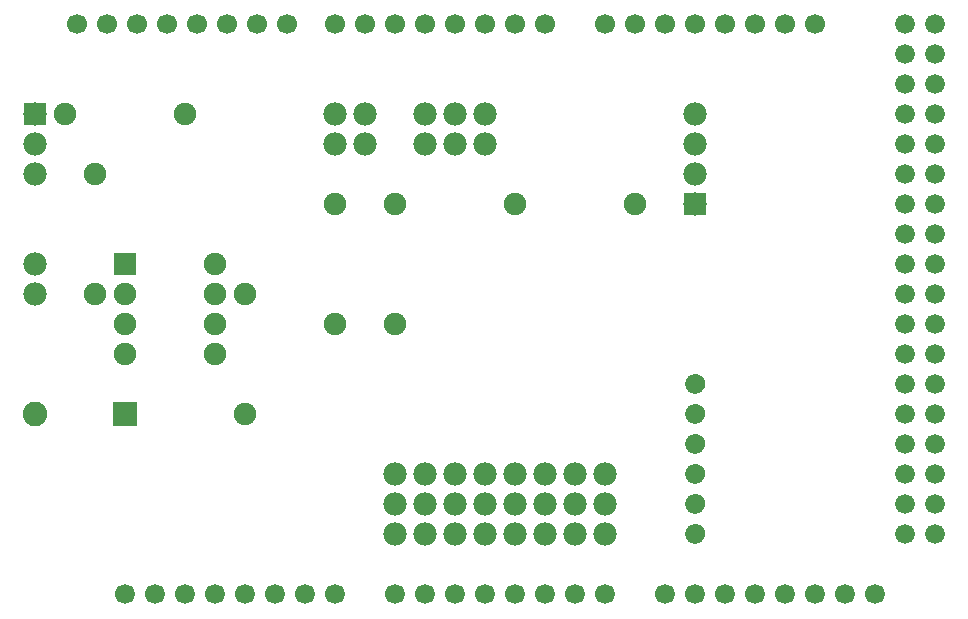
<source format=gtl>
G04 MADE WITH FRITZING*
G04 WWW.FRITZING.ORG*
G04 DOUBLE SIDED*
G04 HOLES PLATED*
G04 CONTOUR ON CENTER OF CONTOUR VECTOR*
%ASAXBY*%
%FSLAX23Y23*%
%MOIN*%
%OFA0B0*%
%SFA1.0B1.0*%
%ADD10C,0.078000*%
%ADD11C,0.066604*%
%ADD12C,0.066632*%
%ADD13C,0.065993*%
%ADD14C,0.065972*%
%ADD15C,0.075000*%
%ADD16C,0.082000*%
%ADD17C,0.078028*%
%ADD18R,0.078000X0.078000*%
%ADD19R,0.082000X0.082000*%
%ADD20R,0.075000X0.075000*%
%ADD21R,0.077944X0.077986*%
%ADD22R,0.001000X0.001000*%
%LNCOPPER1*%
G90*
G70*
G54D10*
X1466Y1595D03*
X1466Y1695D03*
X1566Y1595D03*
X1566Y1695D03*
X1666Y1595D03*
X1666Y1695D03*
G54D11*
X2366Y95D03*
X2466Y95D03*
X2566Y95D03*
X2666Y95D03*
G54D12*
X1006Y1995D03*
G54D11*
X2766Y95D03*
X2866Y95D03*
X2966Y95D03*
G54D13*
X3166Y1095D03*
G54D11*
X1366Y95D03*
X1466Y95D03*
X766Y95D03*
X1566Y95D03*
X1666Y95D03*
X1766Y95D03*
X1866Y95D03*
X1966Y95D03*
G54D13*
X3166Y1895D03*
G54D11*
X2066Y95D03*
G54D13*
X3166Y295D03*
G54D12*
X1566Y1995D03*
G54D13*
X3166Y1495D03*
X3166Y695D03*
G54D12*
X606Y1995D03*
G54D11*
X1166Y95D03*
G54D12*
X1166Y1995D03*
G54D13*
X3166Y1695D03*
X3166Y1295D03*
X3166Y895D03*
X3166Y495D03*
G54D12*
X2766Y1995D03*
X2666Y1995D03*
X2566Y1995D03*
X406Y1995D03*
X2466Y1995D03*
X806Y1995D03*
X2366Y1995D03*
X2266Y1995D03*
X2166Y1995D03*
X2066Y1995D03*
G54D11*
X566Y95D03*
X966Y95D03*
G54D12*
X1766Y1995D03*
X1366Y1995D03*
G54D13*
X3166Y1995D03*
X3166Y1795D03*
X3166Y1595D03*
X3166Y1395D03*
X3166Y1195D03*
X3166Y995D03*
X3166Y795D03*
X3166Y595D03*
X3166Y395D03*
G54D12*
X306Y1995D03*
X506Y1995D03*
X706Y1995D03*
X906Y1995D03*
G54D11*
X466Y95D03*
X666Y95D03*
X866Y95D03*
X1066Y95D03*
G54D12*
X1866Y1995D03*
X1666Y1995D03*
X1466Y1995D03*
X1266Y1995D03*
G54D13*
X3066Y1995D03*
X3066Y1895D03*
X3066Y1795D03*
X3066Y1695D03*
X3066Y1595D03*
X3066Y1495D03*
X3066Y1395D03*
X3066Y1295D03*
X3066Y1195D03*
X3066Y1095D03*
X3066Y995D03*
X3066Y895D03*
X3066Y795D03*
X3066Y695D03*
X3066Y595D03*
X3066Y495D03*
X3066Y395D03*
X3066Y295D03*
G54D11*
X2266Y95D03*
G54D14*
X2366Y295D03*
X2366Y395D03*
X2366Y495D03*
X2366Y595D03*
X2366Y695D03*
X2366Y795D03*
G54D10*
X166Y1695D03*
X166Y1595D03*
X166Y1495D03*
X166Y1195D03*
X166Y1095D03*
G54D15*
X2166Y1395D03*
X1766Y1395D03*
X366Y1095D03*
X366Y1495D03*
X266Y1695D03*
X666Y1695D03*
G54D16*
X464Y695D03*
X166Y695D03*
G54D15*
X866Y695D03*
X866Y1095D03*
X1366Y995D03*
X1366Y1395D03*
X1166Y995D03*
X1166Y1395D03*
G54D10*
X1266Y1595D03*
X1266Y1695D03*
X1166Y1595D03*
X1166Y1695D03*
G54D15*
X466Y1195D03*
X766Y1195D03*
X466Y1095D03*
X766Y1095D03*
X466Y995D03*
X766Y995D03*
X466Y895D03*
X766Y895D03*
G54D10*
X1366Y495D03*
X1466Y495D03*
X1366Y295D03*
X1466Y295D03*
X1366Y395D03*
X1466Y395D03*
X1966Y495D03*
X2066Y495D03*
X1766Y495D03*
X1866Y495D03*
X1566Y495D03*
X1666Y495D03*
X1966Y295D03*
X2066Y295D03*
X1766Y295D03*
X1866Y295D03*
X1566Y295D03*
X1666Y295D03*
X1966Y395D03*
X2066Y395D03*
X1766Y395D03*
X1866Y395D03*
X1566Y395D03*
X1666Y395D03*
G54D17*
X2366Y1695D03*
G54D10*
X2366Y1595D03*
X2366Y1495D03*
X2366Y1395D03*
G54D18*
X166Y1695D03*
G54D19*
X465Y695D03*
G54D20*
X466Y1195D03*
G54D21*
X2366Y1395D03*
G54D22*
X2358Y828D02*
X2373Y828D01*
X2355Y827D02*
X2376Y827D01*
X2353Y826D02*
X2378Y826D01*
X2351Y825D02*
X2380Y825D01*
X2349Y824D02*
X2382Y824D01*
X2347Y823D02*
X2384Y823D01*
X2346Y822D02*
X2385Y822D01*
X2345Y821D02*
X2386Y821D01*
X2343Y820D02*
X2388Y820D01*
X2342Y819D02*
X2389Y819D01*
X2341Y818D02*
X2390Y818D01*
X2341Y817D02*
X2390Y817D01*
X2340Y816D02*
X2391Y816D01*
X2339Y815D02*
X2392Y815D01*
X2338Y814D02*
X2393Y814D01*
X2338Y813D02*
X2393Y813D01*
X2337Y812D02*
X2394Y812D01*
X2337Y811D02*
X2360Y811D01*
X2371Y811D02*
X2394Y811D01*
X2336Y810D02*
X2358Y810D01*
X2373Y810D02*
X2395Y810D01*
X2336Y809D02*
X2356Y809D01*
X2375Y809D02*
X2395Y809D01*
X2335Y808D02*
X2355Y808D01*
X2376Y808D02*
X2396Y808D01*
X2335Y807D02*
X2354Y807D01*
X2377Y807D02*
X2396Y807D01*
X2335Y806D02*
X2353Y806D01*
X2378Y806D02*
X2396Y806D01*
X2334Y805D02*
X2352Y805D01*
X2379Y805D02*
X2397Y805D01*
X2334Y804D02*
X2351Y804D01*
X2380Y804D02*
X2397Y804D01*
X2334Y803D02*
X2351Y803D01*
X2380Y803D02*
X2397Y803D01*
X2334Y802D02*
X2350Y802D01*
X2381Y802D02*
X2397Y802D01*
X2333Y801D02*
X2350Y801D01*
X2381Y801D02*
X2398Y801D01*
X2333Y800D02*
X2350Y800D01*
X2381Y800D02*
X2398Y800D01*
X2333Y799D02*
X2350Y799D01*
X2381Y799D02*
X2398Y799D01*
X2333Y798D02*
X2350Y798D01*
X2381Y798D02*
X2398Y798D01*
X2333Y797D02*
X2349Y797D01*
X2382Y797D02*
X2398Y797D01*
X2333Y796D02*
X2349Y796D01*
X2382Y796D02*
X2398Y796D01*
X2333Y795D02*
X2349Y795D01*
X2382Y795D02*
X2398Y795D01*
X2333Y794D02*
X2350Y794D01*
X2381Y794D02*
X2398Y794D01*
X2333Y793D02*
X2350Y793D01*
X2381Y793D02*
X2398Y793D01*
X2333Y792D02*
X2350Y792D01*
X2381Y792D02*
X2398Y792D01*
X2334Y791D02*
X2350Y791D01*
X2381Y791D02*
X2398Y791D01*
X2334Y790D02*
X2350Y790D01*
X2381Y790D02*
X2397Y790D01*
X2334Y789D02*
X2351Y789D01*
X2380Y789D02*
X2397Y789D01*
X2334Y788D02*
X2352Y788D01*
X2379Y788D02*
X2397Y788D01*
X2334Y787D02*
X2352Y787D01*
X2379Y787D02*
X2397Y787D01*
X2335Y786D02*
X2353Y786D01*
X2378Y786D02*
X2396Y786D01*
X2335Y785D02*
X2354Y785D01*
X2377Y785D02*
X2396Y785D01*
X2335Y784D02*
X2355Y784D01*
X2376Y784D02*
X2396Y784D01*
X2336Y783D02*
X2356Y783D01*
X2375Y783D02*
X2395Y783D01*
X2336Y782D02*
X2358Y782D01*
X2373Y782D02*
X2395Y782D01*
X2337Y781D02*
X2361Y781D01*
X2370Y781D02*
X2394Y781D01*
X2337Y780D02*
X2394Y780D01*
X2338Y779D02*
X2393Y779D01*
X2339Y778D02*
X2392Y778D01*
X2339Y777D02*
X2392Y777D01*
X2340Y776D02*
X2391Y776D01*
X2341Y775D02*
X2390Y775D01*
X2342Y774D02*
X2389Y774D01*
X2342Y773D02*
X2389Y773D01*
X2343Y772D02*
X2388Y772D01*
X2345Y771D02*
X2386Y771D01*
X2346Y770D02*
X2385Y770D01*
X2347Y769D02*
X2384Y769D01*
X2349Y768D02*
X2382Y768D01*
X2351Y767D02*
X2380Y767D01*
X2353Y766D02*
X2378Y766D01*
X2355Y765D02*
X2376Y765D01*
X2359Y764D02*
X2372Y764D01*
X2365Y729D02*
X2366Y729D01*
X2358Y728D02*
X2373Y728D01*
X2355Y727D02*
X2376Y727D01*
X2353Y726D02*
X2378Y726D01*
X2350Y725D02*
X2381Y725D01*
X2349Y724D02*
X2382Y724D01*
X2347Y723D02*
X2384Y723D01*
X2346Y722D02*
X2385Y722D01*
X2344Y721D02*
X2387Y721D01*
X2343Y720D02*
X2388Y720D01*
X2342Y719D02*
X2389Y719D01*
X2341Y718D02*
X2390Y718D01*
X2341Y717D02*
X2390Y717D01*
X2340Y716D02*
X2391Y716D01*
X2339Y715D02*
X2392Y715D01*
X2338Y714D02*
X2393Y714D01*
X2338Y713D02*
X2393Y713D01*
X2337Y712D02*
X2394Y712D01*
X2337Y711D02*
X2360Y711D01*
X2371Y711D02*
X2394Y711D01*
X2336Y710D02*
X2358Y710D01*
X2373Y710D02*
X2395Y710D01*
X2336Y709D02*
X2356Y709D01*
X2375Y709D02*
X2395Y709D01*
X2335Y708D02*
X2355Y708D01*
X2376Y708D02*
X2396Y708D01*
X2335Y707D02*
X2354Y707D01*
X2377Y707D02*
X2396Y707D01*
X2335Y706D02*
X2353Y706D01*
X2378Y706D02*
X2396Y706D01*
X2334Y705D02*
X2352Y705D01*
X2379Y705D02*
X2397Y705D01*
X2334Y704D02*
X2351Y704D01*
X2380Y704D02*
X2397Y704D01*
X2334Y703D02*
X2351Y703D01*
X2380Y703D02*
X2397Y703D01*
X2334Y702D02*
X2350Y702D01*
X2381Y702D02*
X2397Y702D01*
X2333Y701D02*
X2350Y701D01*
X2381Y701D02*
X2398Y701D01*
X2333Y700D02*
X2350Y700D01*
X2381Y700D02*
X2398Y700D01*
X2333Y699D02*
X2350Y699D01*
X2381Y699D02*
X2398Y699D01*
X2333Y698D02*
X2350Y698D01*
X2381Y698D02*
X2398Y698D01*
X2333Y697D02*
X2349Y697D01*
X2382Y697D02*
X2398Y697D01*
X2333Y696D02*
X2349Y696D01*
X2382Y696D02*
X2398Y696D01*
X2333Y695D02*
X2349Y695D01*
X2382Y695D02*
X2398Y695D01*
X2333Y694D02*
X2350Y694D01*
X2381Y694D02*
X2398Y694D01*
X2333Y693D02*
X2350Y693D01*
X2381Y693D02*
X2398Y693D01*
X2333Y692D02*
X2350Y692D01*
X2381Y692D02*
X2398Y692D01*
X2333Y691D02*
X2350Y691D01*
X2381Y691D02*
X2397Y691D01*
X2334Y690D02*
X2350Y690D01*
X2381Y690D02*
X2397Y690D01*
X2334Y689D02*
X2351Y689D01*
X2380Y689D02*
X2397Y689D01*
X2334Y688D02*
X2352Y688D01*
X2379Y688D02*
X2397Y688D01*
X2334Y687D02*
X2352Y687D01*
X2379Y687D02*
X2397Y687D01*
X2335Y686D02*
X2353Y686D01*
X2378Y686D02*
X2396Y686D01*
X2335Y685D02*
X2354Y685D01*
X2377Y685D02*
X2396Y685D01*
X2335Y684D02*
X2355Y684D01*
X2376Y684D02*
X2395Y684D01*
X2336Y683D02*
X2356Y683D01*
X2375Y683D02*
X2395Y683D01*
X2336Y682D02*
X2358Y682D01*
X2373Y682D02*
X2395Y682D01*
X2337Y681D02*
X2361Y681D01*
X2370Y681D02*
X2394Y681D01*
X2337Y680D02*
X2394Y680D01*
X2338Y679D02*
X2393Y679D01*
X2339Y678D02*
X2392Y678D01*
X2339Y677D02*
X2392Y677D01*
X2340Y676D02*
X2391Y676D01*
X2341Y675D02*
X2390Y675D01*
X2342Y674D02*
X2389Y674D01*
X2342Y673D02*
X2389Y673D01*
X2344Y672D02*
X2387Y672D01*
X2345Y671D02*
X2386Y671D01*
X2346Y670D02*
X2385Y670D01*
X2347Y669D02*
X2384Y669D01*
X2349Y668D02*
X2382Y668D01*
X2351Y667D02*
X2380Y667D01*
X2353Y666D02*
X2378Y666D01*
X2356Y665D02*
X2375Y665D01*
X2359Y664D02*
X2372Y664D01*
X2363Y629D02*
X2368Y629D01*
X2358Y628D02*
X2373Y628D01*
X2355Y627D02*
X2376Y627D01*
X2352Y626D02*
X2379Y626D01*
X2350Y625D02*
X2381Y625D01*
X2349Y624D02*
X2382Y624D01*
X2347Y623D02*
X2384Y623D01*
X2346Y622D02*
X2385Y622D01*
X2344Y621D02*
X2387Y621D01*
X2343Y620D02*
X2388Y620D01*
X2342Y619D02*
X2389Y619D01*
X2341Y618D02*
X2390Y618D01*
X2341Y617D02*
X2391Y617D01*
X2340Y616D02*
X2391Y616D01*
X2339Y615D02*
X2392Y615D01*
X2338Y614D02*
X2393Y614D01*
X2338Y613D02*
X2393Y613D01*
X2337Y612D02*
X2394Y612D01*
X2337Y611D02*
X2360Y611D01*
X2371Y611D02*
X2394Y611D01*
X2336Y610D02*
X2358Y610D01*
X2373Y610D02*
X2395Y610D01*
X2336Y609D02*
X2356Y609D01*
X2375Y609D02*
X2395Y609D01*
X2335Y608D02*
X2355Y608D01*
X2376Y608D02*
X2396Y608D01*
X2335Y607D02*
X2354Y607D01*
X2377Y607D02*
X2396Y607D01*
X2335Y606D02*
X2353Y606D01*
X2378Y606D02*
X2396Y606D01*
X2334Y605D02*
X2352Y605D01*
X2379Y605D02*
X2397Y605D01*
X2334Y604D02*
X2351Y604D01*
X2380Y604D02*
X2397Y604D01*
X2334Y603D02*
X2351Y603D01*
X2380Y603D02*
X2397Y603D01*
X2334Y602D02*
X2350Y602D01*
X2381Y602D02*
X2397Y602D01*
X2333Y601D02*
X2350Y601D01*
X2381Y601D02*
X2398Y601D01*
X2333Y600D02*
X2350Y600D01*
X2381Y600D02*
X2398Y600D01*
X2333Y599D02*
X2350Y599D01*
X2381Y599D02*
X2398Y599D01*
X2333Y598D02*
X2350Y598D01*
X2381Y598D02*
X2398Y598D01*
X2333Y597D02*
X2349Y597D01*
X2382Y597D02*
X2398Y597D01*
X2333Y596D02*
X2349Y596D01*
X2382Y596D02*
X2398Y596D01*
X2333Y595D02*
X2349Y595D01*
X2382Y595D02*
X2398Y595D01*
X2333Y594D02*
X2350Y594D01*
X2381Y594D02*
X2398Y594D01*
X2333Y593D02*
X2350Y593D01*
X2381Y593D02*
X2398Y593D01*
X2333Y592D02*
X2350Y592D01*
X2381Y592D02*
X2398Y592D01*
X2334Y591D02*
X2350Y591D01*
X2381Y591D02*
X2397Y591D01*
X2334Y590D02*
X2350Y590D01*
X2381Y590D02*
X2397Y590D01*
X2334Y589D02*
X2351Y589D01*
X2380Y589D02*
X2397Y589D01*
X2334Y588D02*
X2352Y588D01*
X2379Y588D02*
X2397Y588D01*
X2334Y587D02*
X2352Y587D01*
X2379Y587D02*
X2397Y587D01*
X2335Y586D02*
X2353Y586D01*
X2378Y586D02*
X2396Y586D01*
X2335Y585D02*
X2354Y585D01*
X2377Y585D02*
X2396Y585D01*
X2336Y584D02*
X2355Y584D01*
X2376Y584D02*
X2395Y584D01*
X2336Y583D02*
X2356Y583D01*
X2375Y583D02*
X2395Y583D01*
X2336Y582D02*
X2358Y582D01*
X2373Y582D02*
X2395Y582D01*
X2337Y581D02*
X2361Y581D01*
X2370Y581D02*
X2394Y581D01*
X2337Y580D02*
X2394Y580D01*
X2338Y579D02*
X2393Y579D01*
X2339Y578D02*
X2392Y578D01*
X2339Y577D02*
X2392Y577D01*
X2340Y576D02*
X2391Y576D01*
X2341Y575D02*
X2390Y575D01*
X2342Y574D02*
X2389Y574D01*
X2343Y573D02*
X2388Y573D01*
X2344Y572D02*
X2387Y572D01*
X2345Y571D02*
X2386Y571D01*
X2346Y570D02*
X2385Y570D01*
X2347Y569D02*
X2384Y569D01*
X2349Y568D02*
X2382Y568D01*
X2351Y567D02*
X2380Y567D01*
X2353Y566D02*
X2378Y566D01*
X2356Y565D02*
X2375Y565D01*
X2359Y564D02*
X2372Y564D01*
X2363Y529D02*
X2368Y529D01*
X2358Y528D02*
X2373Y528D01*
X2355Y527D02*
X2376Y527D01*
X2352Y526D02*
X2379Y526D01*
X2350Y525D02*
X2381Y525D01*
X2349Y524D02*
X2382Y524D01*
X2347Y523D02*
X2384Y523D01*
X2346Y522D02*
X2385Y522D01*
X2344Y521D02*
X2387Y521D01*
X2343Y520D02*
X2388Y520D01*
X2342Y519D02*
X2389Y519D01*
X2341Y518D02*
X2390Y518D01*
X2340Y517D02*
X2391Y517D01*
X2340Y516D02*
X2391Y516D01*
X2339Y515D02*
X2392Y515D01*
X2338Y514D02*
X2393Y514D01*
X2338Y513D02*
X2393Y513D01*
X2337Y512D02*
X2394Y512D01*
X2337Y511D02*
X2360Y511D01*
X2371Y511D02*
X2394Y511D01*
X2336Y510D02*
X2358Y510D01*
X2373Y510D02*
X2395Y510D01*
X2336Y509D02*
X2356Y509D01*
X2375Y509D02*
X2395Y509D01*
X2335Y508D02*
X2355Y508D01*
X2376Y508D02*
X2396Y508D01*
X2335Y507D02*
X2354Y507D01*
X2377Y507D02*
X2396Y507D01*
X2335Y506D02*
X2353Y506D01*
X2378Y506D02*
X2396Y506D01*
X2334Y505D02*
X2352Y505D01*
X2379Y505D02*
X2397Y505D01*
X2334Y504D02*
X2351Y504D01*
X2380Y504D02*
X2397Y504D01*
X2334Y503D02*
X2351Y503D01*
X2380Y503D02*
X2397Y503D01*
X2334Y502D02*
X2350Y502D01*
X2381Y502D02*
X2397Y502D01*
X2333Y501D02*
X2350Y501D01*
X2381Y501D02*
X2398Y501D01*
X2333Y500D02*
X2350Y500D01*
X2381Y500D02*
X2398Y500D01*
X2333Y499D02*
X2350Y499D01*
X2381Y499D02*
X2398Y499D01*
X2333Y498D02*
X2350Y498D01*
X2381Y498D02*
X2398Y498D01*
X2333Y497D02*
X2349Y497D01*
X2382Y497D02*
X2398Y497D01*
X2333Y496D02*
X2349Y496D01*
X2382Y496D02*
X2398Y496D01*
X2333Y495D02*
X2349Y495D01*
X2382Y495D02*
X2398Y495D01*
X2333Y494D02*
X2350Y494D01*
X2381Y494D02*
X2398Y494D01*
X2333Y493D02*
X2350Y493D01*
X2381Y493D02*
X2398Y493D01*
X2333Y492D02*
X2350Y492D01*
X2381Y492D02*
X2398Y492D01*
X2334Y491D02*
X2350Y491D01*
X2381Y491D02*
X2397Y491D01*
X2334Y490D02*
X2351Y490D01*
X2380Y490D02*
X2397Y490D01*
X2334Y489D02*
X2351Y489D01*
X2380Y489D02*
X2397Y489D01*
X2334Y488D02*
X2352Y488D01*
X2379Y488D02*
X2397Y488D01*
X2334Y487D02*
X2352Y487D01*
X2379Y487D02*
X2397Y487D01*
X2335Y486D02*
X2353Y486D01*
X2378Y486D02*
X2396Y486D01*
X2335Y485D02*
X2354Y485D01*
X2377Y485D02*
X2396Y485D01*
X2336Y484D02*
X2355Y484D01*
X2376Y484D02*
X2395Y484D01*
X2336Y483D02*
X2357Y483D01*
X2375Y483D02*
X2395Y483D01*
X2336Y482D02*
X2358Y482D01*
X2373Y482D02*
X2395Y482D01*
X2337Y481D02*
X2361Y481D01*
X2370Y481D02*
X2394Y481D01*
X2337Y480D02*
X2394Y480D01*
X2338Y479D02*
X2393Y479D01*
X2339Y478D02*
X2392Y478D01*
X2339Y477D02*
X2392Y477D01*
X2340Y476D02*
X2391Y476D01*
X2341Y475D02*
X2390Y475D01*
X2342Y474D02*
X2389Y474D01*
X2343Y473D02*
X2388Y473D01*
X2344Y472D02*
X2387Y472D01*
X2345Y471D02*
X2386Y471D01*
X2346Y470D02*
X2385Y470D01*
X2348Y469D02*
X2383Y469D01*
X2349Y468D02*
X2382Y468D01*
X2351Y467D02*
X2380Y467D01*
X2353Y466D02*
X2378Y466D01*
X2356Y465D02*
X2375Y465D01*
X2359Y464D02*
X2372Y464D01*
X2363Y429D02*
X2368Y429D01*
X2358Y428D02*
X2373Y428D01*
X2355Y427D02*
X2376Y427D01*
X2352Y426D02*
X2379Y426D01*
X2350Y425D02*
X2381Y425D01*
X2348Y424D02*
X2383Y424D01*
X2347Y423D02*
X2384Y423D01*
X2346Y422D02*
X2385Y422D01*
X2344Y421D02*
X2387Y421D01*
X2343Y420D02*
X2388Y420D01*
X2342Y419D02*
X2389Y419D01*
X2341Y418D02*
X2390Y418D01*
X2340Y417D02*
X2391Y417D01*
X2340Y416D02*
X2391Y416D01*
X2339Y415D02*
X2392Y415D01*
X2338Y414D02*
X2393Y414D01*
X2338Y413D02*
X2393Y413D01*
X2337Y412D02*
X2394Y412D01*
X2337Y411D02*
X2360Y411D01*
X2371Y411D02*
X2394Y411D01*
X2336Y410D02*
X2358Y410D01*
X2374Y410D02*
X2395Y410D01*
X2336Y409D02*
X2356Y409D01*
X2375Y409D02*
X2395Y409D01*
X2335Y408D02*
X2355Y408D01*
X2376Y408D02*
X2396Y408D01*
X2335Y407D02*
X2354Y407D01*
X2377Y407D02*
X2396Y407D01*
X2335Y406D02*
X2353Y406D01*
X2378Y406D02*
X2396Y406D01*
X2334Y405D02*
X2352Y405D01*
X2379Y405D02*
X2397Y405D01*
X2334Y404D02*
X2351Y404D01*
X2380Y404D02*
X2397Y404D01*
X2334Y403D02*
X2351Y403D01*
X2380Y403D02*
X2397Y403D01*
X2334Y402D02*
X2350Y402D01*
X2381Y402D02*
X2397Y402D01*
X2333Y401D02*
X2350Y401D01*
X2381Y401D02*
X2398Y401D01*
X2333Y400D02*
X2350Y400D01*
X2381Y400D02*
X2398Y400D01*
X2333Y399D02*
X2350Y399D01*
X2381Y399D02*
X2398Y399D01*
X2333Y398D02*
X2350Y398D01*
X2381Y398D02*
X2398Y398D01*
X2333Y397D02*
X2349Y397D01*
X2382Y397D02*
X2398Y397D01*
X2333Y396D02*
X2349Y396D01*
X2382Y396D02*
X2398Y396D01*
X2333Y395D02*
X2349Y395D01*
X2382Y395D02*
X2398Y395D01*
X2333Y394D02*
X2350Y394D01*
X2381Y394D02*
X2398Y394D01*
X2333Y393D02*
X2350Y393D01*
X2381Y393D02*
X2398Y393D01*
X2333Y392D02*
X2350Y392D01*
X2381Y392D02*
X2398Y392D01*
X2334Y391D02*
X2350Y391D01*
X2381Y391D02*
X2397Y391D01*
X2334Y390D02*
X2351Y390D01*
X2380Y390D02*
X2397Y390D01*
X2334Y389D02*
X2351Y389D01*
X2380Y389D02*
X2397Y389D01*
X2334Y388D02*
X2352Y388D01*
X2379Y388D02*
X2397Y388D01*
X2334Y387D02*
X2352Y387D01*
X2379Y387D02*
X2397Y387D01*
X2335Y386D02*
X2353Y386D01*
X2378Y386D02*
X2396Y386D01*
X2335Y385D02*
X2354Y385D01*
X2377Y385D02*
X2396Y385D01*
X2336Y384D02*
X2355Y384D01*
X2376Y384D02*
X2395Y384D01*
X2336Y383D02*
X2357Y383D01*
X2374Y383D02*
X2395Y383D01*
X2336Y382D02*
X2358Y382D01*
X2373Y382D02*
X2395Y382D01*
X2337Y381D02*
X2361Y381D01*
X2370Y381D02*
X2394Y381D01*
X2337Y380D02*
X2394Y380D01*
X2338Y379D02*
X2393Y379D01*
X2339Y378D02*
X2392Y378D01*
X2339Y377D02*
X2392Y377D01*
X2340Y376D02*
X2391Y376D01*
X2341Y375D02*
X2390Y375D01*
X2342Y374D02*
X2389Y374D01*
X2343Y373D02*
X2388Y373D01*
X2344Y372D02*
X2387Y372D01*
X2345Y371D02*
X2386Y371D01*
X2346Y370D02*
X2385Y370D01*
X2348Y369D02*
X2383Y369D01*
X2349Y368D02*
X2382Y368D01*
X2351Y367D02*
X2380Y367D01*
X2353Y366D02*
X2378Y366D01*
X2356Y365D02*
X2375Y365D01*
X2360Y364D02*
X2371Y364D01*
X2362Y329D02*
X2369Y329D01*
X2358Y328D02*
X2373Y328D01*
X2355Y327D02*
X2376Y327D01*
X2352Y326D02*
X2379Y326D01*
X2350Y325D02*
X2381Y325D01*
X2348Y324D02*
X2383Y324D01*
X2347Y323D02*
X2384Y323D01*
X2345Y322D02*
X2386Y322D01*
X2344Y321D02*
X2387Y321D01*
X2343Y320D02*
X2388Y320D01*
X2342Y319D02*
X2389Y319D01*
X2341Y318D02*
X2390Y318D01*
X2340Y317D02*
X2391Y317D01*
X2340Y316D02*
X2391Y316D01*
X2339Y315D02*
X2392Y315D01*
X2338Y314D02*
X2393Y314D01*
X2338Y313D02*
X2393Y313D01*
X2337Y312D02*
X2394Y312D01*
X2337Y311D02*
X2359Y311D01*
X2372Y311D02*
X2394Y311D01*
X2336Y310D02*
X2357Y310D01*
X2374Y310D02*
X2395Y310D01*
X2336Y309D02*
X2356Y309D01*
X2375Y309D02*
X2395Y309D01*
X2335Y308D02*
X2355Y308D01*
X2376Y308D02*
X2396Y308D01*
X2335Y307D02*
X2354Y307D01*
X2377Y307D02*
X2396Y307D01*
X2335Y306D02*
X2353Y306D01*
X2378Y306D02*
X2396Y306D01*
X2334Y305D02*
X2352Y305D01*
X2379Y305D02*
X2397Y305D01*
X2334Y304D02*
X2351Y304D01*
X2380Y304D02*
X2397Y304D01*
X2334Y303D02*
X2351Y303D01*
X2380Y303D02*
X2397Y303D01*
X2334Y302D02*
X2350Y302D01*
X2381Y302D02*
X2397Y302D01*
X2333Y301D02*
X2350Y301D01*
X2381Y301D02*
X2398Y301D01*
X2333Y300D02*
X2350Y300D01*
X2381Y300D02*
X2398Y300D01*
X2333Y299D02*
X2350Y299D01*
X2381Y299D02*
X2398Y299D01*
X2333Y298D02*
X2350Y298D01*
X2381Y298D02*
X2398Y298D01*
X2333Y297D02*
X2349Y297D01*
X2382Y297D02*
X2398Y297D01*
X2333Y296D02*
X2349Y296D01*
X2382Y296D02*
X2398Y296D01*
X2333Y295D02*
X2349Y295D01*
X2382Y295D02*
X2398Y295D01*
X2333Y294D02*
X2350Y294D01*
X2381Y294D02*
X2398Y294D01*
X2333Y293D02*
X2350Y293D01*
X2381Y293D02*
X2398Y293D01*
X2333Y292D02*
X2350Y292D01*
X2381Y292D02*
X2398Y292D01*
X2334Y291D02*
X2350Y291D01*
X2381Y291D02*
X2397Y291D01*
X2334Y290D02*
X2351Y290D01*
X2380Y290D02*
X2397Y290D01*
X2334Y289D02*
X2351Y289D01*
X2380Y289D02*
X2397Y289D01*
X2334Y288D02*
X2352Y288D01*
X2379Y288D02*
X2397Y288D01*
X2334Y287D02*
X2352Y287D01*
X2379Y287D02*
X2397Y287D01*
X2335Y286D02*
X2353Y286D01*
X2378Y286D02*
X2396Y286D01*
X2335Y285D02*
X2354Y285D01*
X2377Y285D02*
X2396Y285D01*
X2336Y284D02*
X2355Y284D01*
X2376Y284D02*
X2395Y284D01*
X2336Y283D02*
X2357Y283D01*
X2374Y283D02*
X2395Y283D01*
X2336Y282D02*
X2358Y282D01*
X2373Y282D02*
X2395Y282D01*
X2337Y281D02*
X2361Y281D01*
X2370Y281D02*
X2394Y281D01*
X2337Y280D02*
X2394Y280D01*
X2338Y279D02*
X2393Y279D01*
X2339Y278D02*
X2392Y278D01*
X2339Y277D02*
X2392Y277D01*
X2340Y276D02*
X2391Y276D01*
X2341Y275D02*
X2390Y275D01*
X2342Y274D02*
X2389Y274D01*
X2343Y273D02*
X2388Y273D01*
X2344Y272D02*
X2387Y272D01*
X2345Y271D02*
X2386Y271D01*
X2346Y270D02*
X2385Y270D01*
X2348Y269D02*
X2383Y269D01*
X2349Y268D02*
X2382Y268D01*
X2351Y267D02*
X2380Y267D01*
X2353Y266D02*
X2378Y266D01*
X2356Y265D02*
X2375Y265D01*
X2360Y264D02*
X2371Y264D01*
D02*
G04 End of Copper1*
M02*
</source>
